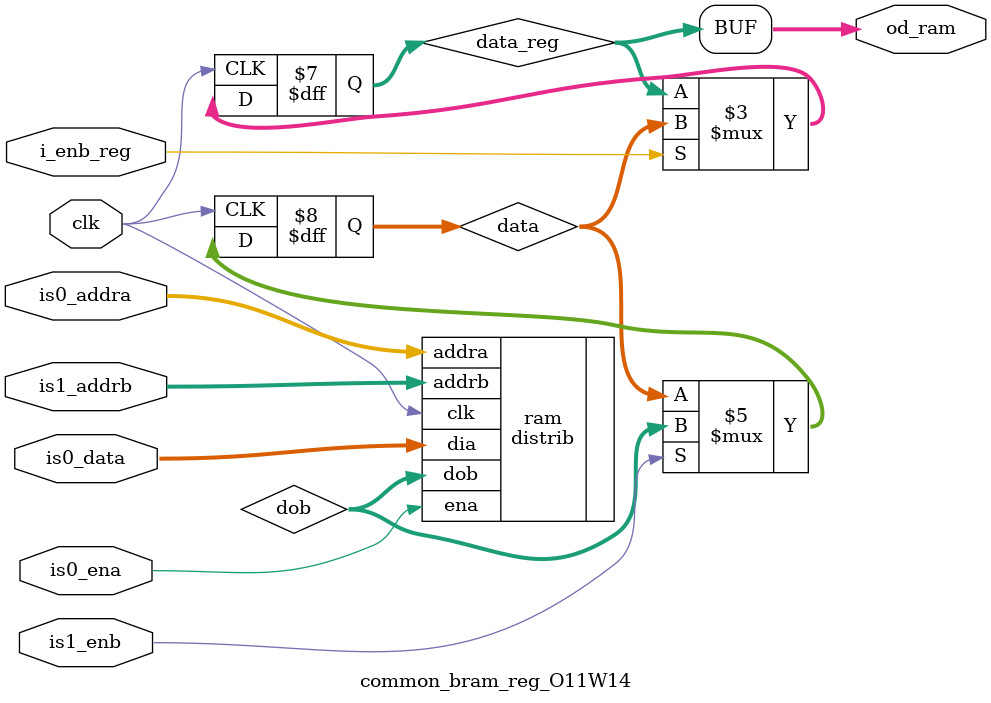
<source format=sv>
`timescale 100ps/100ps

(* keep_hierarchy = "yes" *) module common_bram_reg_O11W14 (
    input  bit clk,
    input  bit is0_ena,
    input  bit [10:0] is0_addra,
    input  bit [13:0] is0_data,
    input  bit is1_enb,
    input  bit [10:0] is1_addrb,
    input  bit i_enb_reg,
    output bit [13:0] od_ram
);


///////////////////////////////////////////////////////////
///////////////////////////////////////////////////////////
bit [13:0] data;
bit [13:0] data_reg;
bit [13:0] dob;

distrib #(
    .ORDER               (11),
    .WIDTH               (14))
ram (
    .clk                 (clk),
    .ena                 (is0_ena),
    .addra               (is0_addra),
    .dia                 (is0_data),
    .addrb               (is1_addrb),
    .dob                 (dob));


///////////////////////////////////////////////////////////
///////////////////////////////////////////////////////////
always_ff @(posedge clk)
begin
    if (is1_enb) begin
        data <= dob;
    end
end
always_ff @(posedge clk)
begin
    if (i_enb_reg) begin
        data_reg <= data;
    end
end
assign od_ram = data_reg;

endmodule
</source>
